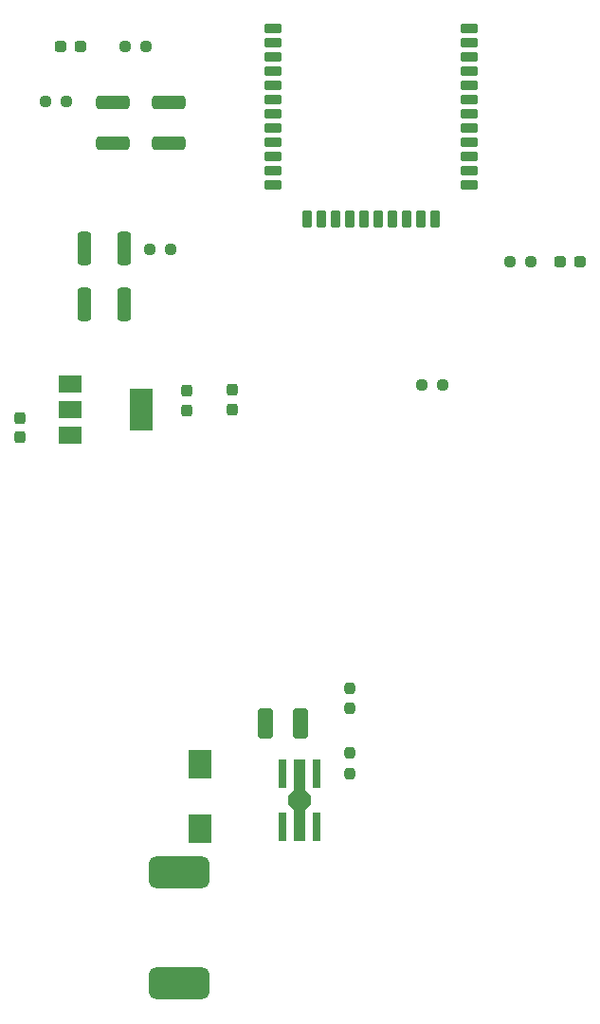
<source format=gbr>
%TF.GenerationSoftware,KiCad,Pcbnew,(6.0.9)*%
%TF.CreationDate,2022-11-20T19:55:09+01:00*%
%TF.ProjectId,ZLight_V2,5a4c6967-6874-45f5-9632-2e6b69636164,rev?*%
%TF.SameCoordinates,Original*%
%TF.FileFunction,Paste,Top*%
%TF.FilePolarity,Positive*%
%FSLAX46Y46*%
G04 Gerber Fmt 4.6, Leading zero omitted, Abs format (unit mm)*
G04 Created by KiCad (PCBNEW (6.0.9)) date 2022-11-20 19:55:09*
%MOMM*%
%LPD*%
G01*
G04 APERTURE LIST*
G04 Aperture macros list*
%AMRoundRect*
0 Rectangle with rounded corners*
0 $1 Rounding radius*
0 $2 $3 $4 $5 $6 $7 $8 $9 X,Y pos of 4 corners*
0 Add a 4 corners polygon primitive as box body*
4,1,4,$2,$3,$4,$5,$6,$7,$8,$9,$2,$3,0*
0 Add four circle primitives for the rounded corners*
1,1,$1+$1,$2,$3*
1,1,$1+$1,$4,$5*
1,1,$1+$1,$6,$7*
1,1,$1+$1,$8,$9*
0 Add four rect primitives between the rounded corners*
20,1,$1+$1,$2,$3,$4,$5,0*
20,1,$1+$1,$4,$5,$6,$7,0*
20,1,$1+$1,$6,$7,$8,$9,0*
20,1,$1+$1,$8,$9,$2,$3,0*%
%AMFreePoly0*
4,1,13,0.900000,0.500000,3.600000,0.500000,3.600000,-0.500000,0.900000,-0.500000,0.400000,-1.000000,-0.400000,-1.000000,-0.900000,-0.500000,-3.600000,-0.500000,-3.600000,0.500000,-0.900000,0.500000,-0.400000,1.000000,0.400000,1.000000,0.900000,0.500000,0.900000,0.500000,$1*%
G04 Aperture macros list end*
%ADD10R,2.000000X1.500000*%
%ADD11R,2.000000X3.800000*%
%ADD12RoundRect,0.300000X-0.300000X-1.200000X0.300000X-1.200000X0.300000X1.200000X-0.300000X1.200000X0*%
%ADD13RoundRect,0.200000X-0.600000X-0.200000X0.600000X-0.200000X0.600000X0.200000X-0.600000X0.200000X0*%
%ADD14RoundRect,0.200000X-0.200000X-0.600000X0.200000X-0.600000X0.200000X0.600000X-0.200000X0.600000X0*%
%ADD15RoundRect,0.237500X-0.237500X0.250000X-0.237500X-0.250000X0.237500X-0.250000X0.237500X0.250000X0*%
%ADD16RoundRect,0.250000X-0.412500X-1.100000X0.412500X-1.100000X0.412500X1.100000X-0.412500X1.100000X0*%
%ADD17RoundRect,0.237500X0.237500X-0.300000X0.237500X0.300000X-0.237500X0.300000X-0.237500X-0.300000X0*%
%ADD18RoundRect,0.300000X1.200000X-0.300000X1.200000X0.300000X-1.200000X0.300000X-1.200000X-0.300000X0*%
%ADD19RoundRect,0.237500X0.250000X0.237500X-0.250000X0.237500X-0.250000X-0.237500X0.250000X-0.237500X0*%
%ADD20RoundRect,0.237500X-0.250000X-0.237500X0.250000X-0.237500X0.250000X0.237500X-0.250000X0.237500X0*%
%ADD21RoundRect,0.237500X0.287500X0.237500X-0.287500X0.237500X-0.287500X-0.237500X0.287500X-0.237500X0*%
%ADD22RoundRect,0.237500X-0.287500X-0.237500X0.287500X-0.237500X0.287500X0.237500X-0.287500X0.237500X0*%
%ADD23R,2.000000X2.500000*%
%ADD24R,0.700000X2.500000*%
%ADD25FreePoly0,90.000000*%
%ADD26RoundRect,0.725000X-1.975000X-0.725000X1.975000X-0.725000X1.975000X0.725000X-1.975000X0.725000X0*%
G04 APERTURE END LIST*
D10*
%TO.C,U3*%
X123600000Y-82700000D03*
X123600000Y-85000000D03*
X123600000Y-87300000D03*
D11*
X129900000Y-85000000D03*
%TD*%
D12*
%TO.C,SW1*%
X124800000Y-70600000D03*
X128400000Y-70600000D03*
X124800000Y-75600000D03*
X128400000Y-75600000D03*
%TD*%
D13*
%TO.C,U2*%
X141700000Y-51010000D03*
X141700000Y-52280000D03*
X141700000Y-53550000D03*
X141700000Y-54820000D03*
X141700000Y-56090000D03*
X141700000Y-57360000D03*
X141700000Y-58630000D03*
X141700000Y-59900000D03*
X141700000Y-61170000D03*
X141700000Y-62440000D03*
X141700000Y-63710000D03*
X141700000Y-64980000D03*
D14*
X144735000Y-68020000D03*
X146005000Y-68020000D03*
X147275000Y-68020000D03*
X148545000Y-68020000D03*
X149815000Y-68020000D03*
X151085000Y-68020000D03*
X152355000Y-68020000D03*
X153625000Y-68020000D03*
X154895000Y-68020000D03*
X156165000Y-68020000D03*
D13*
X159200000Y-64980000D03*
X159200000Y-63710000D03*
X159200000Y-62440000D03*
X159200000Y-61170000D03*
X159200000Y-59900000D03*
X159200000Y-58630000D03*
X159200000Y-57360000D03*
X159200000Y-56090000D03*
X159200000Y-54820000D03*
X159200000Y-53550000D03*
X159200000Y-52280000D03*
X159200000Y-51010000D03*
%TD*%
D15*
%TO.C,R1*%
X148500000Y-109900000D03*
X148500000Y-111725000D03*
%TD*%
D16*
%TO.C,C1*%
X140975000Y-113000000D03*
X144100000Y-113000000D03*
%TD*%
D17*
%TO.C,C2*%
X119050000Y-87500000D03*
X119050000Y-85775000D03*
%TD*%
D18*
%TO.C,SW2*%
X127400000Y-61200000D03*
X127400000Y-57600000D03*
X132400000Y-61200000D03*
X132400000Y-57600000D03*
%TD*%
D17*
%TO.C,C4*%
X138000000Y-85000000D03*
X138000000Y-83275000D03*
%TD*%
D19*
%TO.C,R5*%
X130312500Y-52600000D03*
X128487500Y-52600000D03*
%TD*%
D20*
%TO.C,R4*%
X121387500Y-57500000D03*
X123212500Y-57500000D03*
%TD*%
%TO.C,R6*%
X162887500Y-71800000D03*
X164712500Y-71800000D03*
%TD*%
D21*
%TO.C,D21*%
X169075000Y-71800000D03*
X167325000Y-71800000D03*
%TD*%
D19*
%TO.C,R3*%
X132512500Y-70700000D03*
X130687500Y-70700000D03*
%TD*%
D22*
%TO.C,D20*%
X122725000Y-52600000D03*
X124475000Y-52600000D03*
%TD*%
D23*
%TO.C,D1*%
X135200000Y-116700000D03*
X135200000Y-122400000D03*
%TD*%
D15*
%TO.C,R2*%
X148500000Y-115700000D03*
X148500000Y-117525000D03*
%TD*%
D19*
%TO.C,R7*%
X156800000Y-82800000D03*
X154975000Y-82800000D03*
%TD*%
D24*
%TO.C,U1*%
X142550000Y-122250000D03*
D25*
X144050000Y-119900000D03*
D24*
X145550000Y-122250000D03*
X145550000Y-117550000D03*
X142550000Y-117550000D03*
%TD*%
D17*
%TO.C,C3*%
X134000000Y-85062500D03*
X134000000Y-83337500D03*
%TD*%
D26*
%TO.C,L1*%
X133300000Y-126350000D03*
X133300000Y-136250000D03*
%TD*%
M02*

</source>
